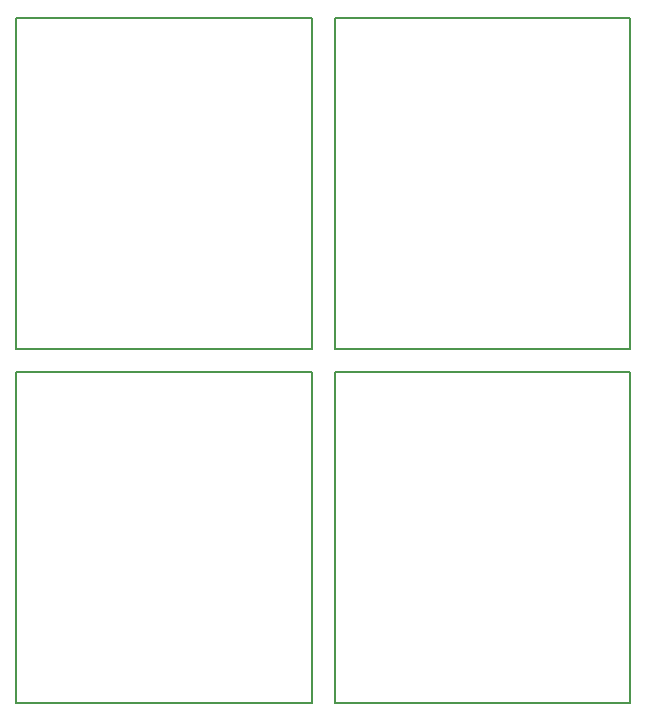
<source format=gm1>
%MOIN*%
%OFA0B0*%
%FSLAX46Y46*%
%IPPOS*%
%LPD*%
%ADD10C,0.0039370078740157488*%
%ADD11C,0.005905511811023622*%
%ADD22C,0.0039370078740157488*%
%ADD23C,0.005905511811023622*%
%ADD34C,0.0039370078740157488*%
%ADD35C,0.005905511811023622*%
%ADD46C,0.0039370078740157488*%
%ADD47C,0.005905511811023622*%
%LPD*%
G01*
D10*
D11*
X0000000000Y0000000000D02*
X0000000000Y0001102362D01*
X0000984250Y0000000000D02*
X0000000000Y0000000000D01*
X0000984250Y0001102362D02*
X0000984250Y0000000000D01*
X0000000000Y0001102362D02*
X0000984250Y0001102362D01*
G01*
D22*
D23*
X0001062992Y0000000000D02*
X0001062992Y0001102362D01*
X0002047244Y0000000000D02*
X0001062992Y0000000000D01*
X0002047244Y0001102362D02*
X0002047244Y0000000000D01*
X0001062992Y0001102362D02*
X0002047244Y0001102362D01*
G04 next file*
%LPD*%
G01*
D34*
D35*
X0000000000Y0001181102D02*
X0000000000Y0002283464D01*
X0000984250Y0001181102D02*
X0000000000Y0001181102D01*
X0000984250Y0002283464D02*
X0000984250Y0001181102D01*
X0000000000Y0002283464D02*
X0000984250Y0002283464D01*
G04 next file*
G04 #@! TF.FileFunction,Profile,NP*
G04 Gerber Fmt 4.6, Leading zero omitted, Abs format (unit mm)*
G04 Created by KiCad (PCBNEW 4.0.7) date 05/01/18 07:07:43*
G01*
G04 APERTURE LIST*
G04 APERTURE END LIST*
D46*
D47*
X0001062992Y0001181102D02*
X0001062992Y0002283464D01*
X0002047244Y0001181102D02*
X0001062992Y0001181102D01*
X0002047244Y0002283464D02*
X0002047244Y0001181102D01*
X0001062992Y0002283464D02*
X0002047244Y0002283464D01*
M02*
</source>
